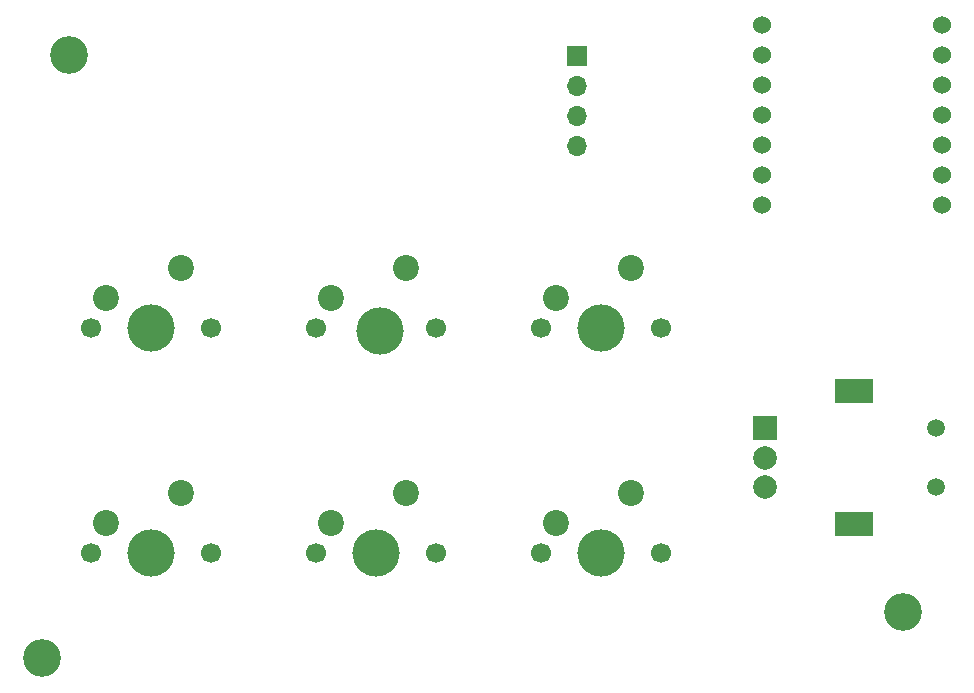
<source format=gbr>
%TF.GenerationSoftware,KiCad,Pcbnew,9.0.7*%
%TF.CreationDate,2026-01-16T03:08:10+02:00*%
%TF.ProjectId,HackPad,4861636b-5061-4642-9e6b-696361645f70,rev?*%
%TF.SameCoordinates,Original*%
%TF.FileFunction,Soldermask,Top*%
%TF.FilePolarity,Negative*%
%FSLAX46Y46*%
G04 Gerber Fmt 4.6, Leading zero omitted, Abs format (unit mm)*
G04 Created by KiCad (PCBNEW 9.0.7) date 2026-01-16 03:08:10*
%MOMM*%
%LPD*%
G01*
G04 APERTURE LIST*
%ADD10C,3.200000*%
%ADD11R,1.700000X1.700000*%
%ADD12O,1.700000X1.700000*%
%ADD13C,2.200000*%
%ADD14C,1.700000*%
%ADD15C,4.000000*%
%ADD16C,1.500000*%
%ADD17R,2.000000X2.000000*%
%ADD18C,2.000000*%
%ADD19R,3.200000X2.000000*%
%ADD20C,1.524000*%
G04 APERTURE END LIST*
D10*
%TO.C,REF\u002A\u002A*%
X33230000Y-133060000D03*
%TD*%
%TO.C,REF\u002A\u002A*%
X35470000Y-82060000D03*
%TD*%
%TO.C,REF\u002A\u002A*%
X106120000Y-129220000D03*
%TD*%
D11*
%TO.C,OLED1*%
X78530000Y-82110000D03*
D12*
X78530000Y-84650000D03*
X78530000Y-87190000D03*
X78530000Y-89730000D03*
%TD*%
D13*
%TO.C,SW4*%
X57670000Y-121630000D03*
X64020000Y-119090000D03*
D14*
X66560000Y-124170000D03*
D15*
X61480000Y-124170000D03*
D14*
X56400000Y-124170000D03*
%TD*%
%TO.C,SW3*%
X56400000Y-105120000D03*
D15*
X61860000Y-105440000D03*
D14*
X66560000Y-105120000D03*
D13*
X64020000Y-100040000D03*
X57670000Y-102580000D03*
%TD*%
D14*
%TO.C,SW2*%
X37350000Y-124170000D03*
D15*
X42430000Y-124170000D03*
D14*
X47510000Y-124170000D03*
D13*
X44970000Y-119090000D03*
X38620000Y-121630000D03*
%TD*%
D14*
%TO.C,SW1*%
X37350000Y-105120000D03*
D15*
X42430000Y-105120000D03*
D14*
X47510000Y-105120000D03*
D13*
X44970000Y-100040000D03*
X38620000Y-102580000D03*
%TD*%
D14*
%TO.C,SW6*%
X75450000Y-124170000D03*
D15*
X80530000Y-124170000D03*
D14*
X85610000Y-124170000D03*
D13*
X83070000Y-119090000D03*
X76720000Y-121630000D03*
%TD*%
D14*
%TO.C,SW5*%
X75450000Y-105120000D03*
D15*
X80530000Y-105120000D03*
D14*
X85610000Y-105120000D03*
D13*
X83070000Y-100040000D03*
X76720000Y-102580000D03*
%TD*%
D16*
%TO.C,SW7*%
X108935000Y-113625000D03*
X108935000Y-118625000D03*
D17*
X94435000Y-113625000D03*
D18*
X94435000Y-118625000D03*
X94435000Y-116125000D03*
D19*
X101935000Y-110525000D03*
X101935000Y-121725000D03*
%TD*%
D20*
%TO.C,U1*%
X109450000Y-79518500D03*
X109450000Y-82058500D03*
X109450000Y-84598500D03*
X109450000Y-87138500D03*
X109450000Y-89678500D03*
X109450000Y-92218500D03*
X109450000Y-94758500D03*
X94210000Y-94758500D03*
X94210000Y-92218500D03*
X94210000Y-89678500D03*
X94210000Y-87138500D03*
X94210000Y-84598500D03*
X94210000Y-82058500D03*
X94210000Y-79518500D03*
%TD*%
M02*

</source>
